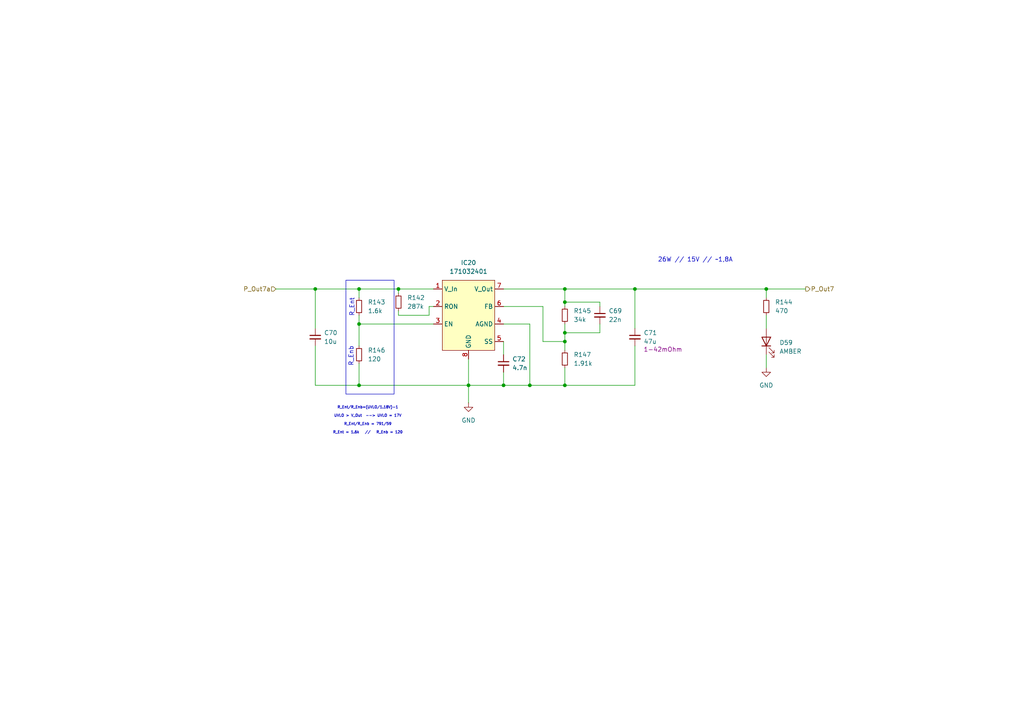
<source format=kicad_sch>
(kicad_sch (version 20231120) (generator "eeschema") (generator_version "8.0")
  (paper "A4")
  (title_block (title "PDU FT25") (date "2024-11-23") (rev "V1.1") (company "Janek Herm") (comment 1 "FaSTTUBe Electronics"))
  (lib_symbols
    (symbol "Device:C_Small" (pin_numbers hide) (pin_names (offset 0.254) hide)
      (property "Reference" "C" (at 0.254 1.778 0))
      (property "Value" "C_Small" (at 0.254 -2.032 0))
      (symbol "C_Small_0_1"
        (polyline (pts (xy -1.524 -0.508) (xy 1.524 -0.508)) (stroke (width 0.3302)))
        (polyline (pts (xy -1.524 0.508) (xy 1.524 0.508)) (stroke (width 0.3048)))
      )
      (symbol "C_Small_1_1"
        (pin passive line (at 0 2.54 270) (length 2.032) (name "~") (number "1"))
        (pin passive line (at 0 -2.54 90) (length 2.032) (name "~") (number "2"))
      )
    )
    (symbol "Device:LED" (pin_numbers hide) (pin_names (offset 1.016) hide)
      (property "Reference" "D" (at 0 2.54 0))
      (property "Value" "LED" (at 0 -2.54 0))
      (symbol "LED_0_1"
        (polyline (pts (xy -1.27 -1.27) (xy -1.27 1.27)) (stroke (width 0.254)))
        (polyline (pts (xy -1.27 0) (xy 1.27 0)))
        (polyline (pts (xy 1.27 -1.27) (xy 1.27 1.27) (xy -1.27 0) (xy 1.27 -1.27)) (stroke (width 0.254)))
        (polyline (pts (xy -3.048 -0.762) (xy -4.572 -2.286) (xy -3.81 -2.286) (xy -4.572 -2.286) (xy -4.572 -1.524)))
        (polyline (pts (xy -1.778 -0.762) (xy -3.302 -2.286) (xy -2.54 -2.286) (xy -3.302 -2.286) (xy -3.302 -1.524)))
      )
      (symbol "LED_1_1"
        (pin passive line (at -3.81 0 0) (length 2.54) (name "K") (number "1"))
        (pin passive line (at 3.81 0 180) (length 2.54) (name "A") (number "2"))
      )
    )
    (symbol "Device:R_Small" (pin_numbers hide) (pin_names (offset 0.254) hide)
      (property "Reference" "R" (at 0.762 0.508 0))
      (property "Value" "R_Small" (at 0.762 -1.016 0))
      (symbol "R_Small_0_1"
        (rectangle (start -0.762 1.778) (end 0.762 -1.778) (stroke (width 0.2032)))
      )
      (symbol "R_Small_1_1"
        (pin passive line (at 0 2.54 270) (length 0.762) (name "~") (number "1"))
        (pin passive line (at 0 -2.54 90) (length 0.762) (name "~") (number "2"))
      )
    )
    (symbol "FaSTTUBe_Voltage_Regulators:171032401"
      (property "Reference" "IC" (at 0.254 8.636 0))
      (property "Value" "171032401" (at 0.508 6.604 0))
      (symbol "171032401_1_1"
        (rectangle (start -7.62 5.08) (end 7.62 -15.24) (fill (type background)))
        (pin passive line (at -10.16 2.54 0) (length 2.54) (name "V_In") (number "1"))
        (pin passive line (at -10.16 -2.54 0) (length 2.54) (name "RON") (number "2"))
        (pin passive line (at -10.16 -7.62 0) (length 2.54) (name "EN") (number "3"))
        (pin power_in line (at 10.16 -7.62 180) (length 2.54) (name "AGND") (number "4"))
        (pin passive line (at 10.16 -12.7 180) (length 2.54) (name "SS") (number "5"))
        (pin passive line (at 10.16 -2.54 180) (length 2.54) (name "FB") (number "6"))
        (pin power_out line (at 10.16 2.54 180) (length 2.54) (name "V_Out") (number "7"))
        (pin power_in line (at 0 -17.78 90) (length 2.54) (name "GND") (number "8"))
      )
    )
    (symbol "power:GND" (power) (pin_numbers hide) (pin_names (offset 0) hide)
      (property "Value" "GND" (at 0 -3.81 0))
      (symbol "GND_0_1"
        (polyline (pts (xy 0 0) (xy 0 -1.27) (xy 1.27 -1.27) (xy 0 -2.54) (xy -1.27 -1.27) (xy 0 -1.27)))
      )
      (symbol "GND_1_1"
        (pin power_in line (at 0 0 270) (length 0) (name "~") (number "1"))
      )
    )
  )
  (junction (at 184.15 83.82))
  (junction (at 163.83 111.76))
  (junction (at 163.83 87.63))
  (junction (at 222.25 83.82))
  (junction (at 104.14 111.76))
  (junction (at 163.83 83.82))
  (junction (at 153.67 111.76))
  (junction (at 115.57 83.82))
  (junction (at 163.83 96.52))
  (junction (at 104.14 93.98))
  (junction (at 163.83 99.06))
  (junction (at 91.44 83.82))
  (junction (at 135.89 111.76))
  (junction (at 104.14 83.82))
  (junction (at 146.05 111.76))
  (wire (pts (xy 104.14 83.82) (xy 104.14 86.36)))
  (wire (pts (xy 146.05 88.9) (xy 157.48 88.9)))
  (wire (pts (xy 222.25 102.87) (xy 222.25 106.68)))
  (wire (pts (xy 104.14 93.98) (xy 125.73 93.98)))
  (wire (pts (xy 163.83 106.68) (xy 163.83 111.76)))
  (wire (pts (xy 146.05 111.76) (xy 135.89 111.76)))
  (wire (pts (xy 124.46 91.44) (xy 124.46 88.9)))
  (wire (pts (xy 184.15 100.33) (xy 184.15 111.76)))
  (wire (pts (xy 163.83 99.06) (xy 163.83 101.6)))
  (wire (pts (xy 91.44 111.76) (xy 104.14 111.76)))
  (wire (pts (xy 153.67 111.76) (xy 163.83 111.76)))
  (wire (pts (xy 115.57 91.44) (xy 124.46 91.44)))
  (wire (pts (xy 146.05 93.98) (xy 153.67 93.98)))
  (wire (pts (xy 104.14 111.76) (xy 135.89 111.76)))
  (wire (pts (xy 163.83 83.82) (xy 184.15 83.82)))
  (wire (pts (xy 153.67 93.98) (xy 153.67 111.76)))
  (wire (pts (xy 157.48 99.06) (xy 163.83 99.06)))
  (wire (pts (xy 163.83 96.52) (xy 163.83 99.06)))
  (wire (pts (xy 146.05 111.76) (xy 153.67 111.76)))
  (wire (pts (xy 222.25 83.82) (xy 233.68 83.82)))
  (wire (pts (xy 163.83 87.63) (xy 173.99 87.63)))
  (wire (pts (xy 222.25 91.44) (xy 222.25 95.25)))
  (wire (pts (xy 115.57 83.82) (xy 125.73 83.82)))
  (wire (pts (xy 135.89 111.76) (xy 135.89 116.84)))
  (wire (pts (xy 124.46 88.9) (xy 125.73 88.9)))
  (wire (pts (xy 146.05 99.06) (xy 146.05 102.87)))
  (wire (pts (xy 173.99 96.52) (xy 163.83 96.52)))
  (wire (pts (xy 80.01 83.82) (xy 91.44 83.82)))
  (wire (pts (xy 146.05 107.95) (xy 146.05 111.76)))
  (wire (pts (xy 163.83 87.63) (xy 163.83 88.9)))
  (wire (pts (xy 104.14 105.41) (xy 104.14 111.76)))
  (wire (pts (xy 104.14 91.44) (xy 104.14 93.98)))
  (wire (pts (xy 115.57 83.82) (xy 115.57 85.09)))
  (wire (pts (xy 222.25 83.82) (xy 222.25 86.36)))
  (wire (pts (xy 184.15 83.82) (xy 222.25 83.82)))
  (wire (pts (xy 104.14 83.82) (xy 115.57 83.82)))
  (wire (pts (xy 163.83 93.98) (xy 163.83 96.52)))
  (wire (pts (xy 163.83 111.76) (xy 184.15 111.76)))
  (wire (pts (xy 173.99 93.98) (xy 173.99 96.52)))
  (wire (pts (xy 173.99 87.63) (xy 173.99 88.9)))
  (wire (pts (xy 91.44 83.82) (xy 104.14 83.82)))
  (wire (pts (xy 135.89 104.14) (xy 135.89 111.76)))
  (wire (pts (xy 184.15 83.82) (xy 184.15 95.25)))
  (wire (pts (xy 115.57 91.44) (xy 115.57 90.17)))
  (wire (pts (xy 91.44 100.33) (xy 91.44 111.76)))
  (wire (pts (xy 104.14 93.98) (xy 104.14 100.33)))
  (wire (pts (xy 91.44 83.82) (xy 91.44 95.25)))
  (wire (pts (xy 157.48 88.9) (xy 157.48 99.06)))
  (wire (pts (xy 163.83 83.82) (xy 163.83 87.63)))
  (wire (pts (xy 146.05 83.82) (xy 163.83 83.82)))
  (rectangle (start 100.33 81.28) (end 114.3 114.3))
  (text "R_Ent" (at 102.108 89.154 90) (effects (font (size 1.27 1.27))))
  (text "R_Ent/R_Enb=(UVLO/1.18V)-1\n\nUVLO > V_Out  --> UVLO = 17V\n\nR_Ent/R_Enb = 791/59\n\nR_Ent = 1.6k   //   R_Enb = 120" (at 106.68 117.856 0) (effects (font (size 0.75 0.75)) (justify top)))
  (text "26W // 15V // ~1,8A" (at 201.676 75.438 0) (effects (font (size 1.27 1.27))))
  (text "R_Enb" (at 101.854 103.378 90) (effects (font (size 1.27 1.27))))
  (hierarchical_label "P_Out7" (shape output) (at 233.68 83.82 0))
  (hierarchical_label "P_Out7a" (shape input) (at 80.01 83.82 180))
  (symbol (lib_id "Device:R_Small") (at 163.83 104.14 0) (unit 1)
    (property "Reference" "R147" (at 166.37 102.8699 0) (effects (justify left)))
    (property "Value" "1.91k" (at 166.37 105.4099 0) (effects (justify left)))
    (property "Footprint" "Resistor_SMD:R_0805_2012Metric_Pad1.20x1.40mm_HandSolder" (effects (hide yes)))
    (property "Description" "Resistor, small symbol" (effects (hide yes)))
  )
  (symbol (lib_id "Device:C_Small") (at 91.44 97.79 0) (unit 1)
    (property "Reference" "C70" (at 93.98 96.5262 0) (effects (justify left)))
    (property "Value" "10u" (at 93.98 99.0662 0) (effects (justify left)))
    (property "Footprint" "Capacitor_SMD:C_1206_3216Metric_Pad1.33x1.80mm_HandSolder" (effects (hide yes)))
    (property "Description" "Unpolarized capacitor, small symbol" (effects (hide yes)))
  )
  (symbol (lib_id "FaSTTUBe_Voltage_Regulators:171032401") (at 135.89 86.36 0) (unit 1)
    (property "Reference" "IC20" (at 135.89 76.2 0))
    (property "Value" "171032401" (at 135.89 78.74 0))
    (property "Footprint" "173010342:173010342" (effects (hide yes)))
    (property "Datasheet" "https://www.we-online.com/components/products/datasheet/171032401.pdf" (effects (hide yes)))
  )
  (symbol (lib_id "power:GND") (at 222.25 106.68 0) (unit 1)
    (property "Reference" "#PWR0179" (effects (hide yes)))
    (property "Value" "GND" (at 222.25 111.76 0))
    (property "Description" "Power symbol creates a global label with name \"GND\" , ground" (effects (hide yes)))
  )
  (symbol (lib_id "power:GND") (at 135.89 116.84 0) (unit 1)
    (property "Reference" "#PWR0180" (effects (hide yes)))
    (property "Value" "GND" (at 135.89 121.92 0))
    (property "Description" "Power symbol creates a global label with name \"GND\" , ground" (effects (hide yes)))
  )
  (symbol (lib_id "Device:R_Small") (at 104.14 88.9 0) (unit 1)
    (property "Reference" "R143" (at 106.68 87.6299 0) (effects (justify left)))
    (property "Value" "1.6k" (at 106.68 90.1699 0) (effects (justify left)))
    (property "Footprint" "Resistor_SMD:R_0805_2012Metric_Pad1.20x1.40mm_HandSolder" (effects (hide yes)))
    (property "Description" "Resistor, small symbol" (effects (hide yes)))
  )
  (symbol (lib_id "Device:R_Small") (at 222.25 88.9 0) (unit 1)
    (property "Reference" "R144" (at 224.79 87.6299 0) (effects (justify left)))
    (property "Value" "470" (at 224.79 90.1699 0) (effects (justify left)))
    (property "Description" "Resistor, small symbol" (effects (hide yes)))
  )
  (symbol (lib_id "Device:C_Small") (at 184.15 97.79 0) (unit 1)
    (property "Reference" "C71" (at 186.69 96.5262 0) (effects (justify left)))
    (property "Value" "47u" (at 186.69 99.0662 0) (effects (justify left)))
    (property "Footprint" "Capacitor_SMD:C_1206_3216Metric_Pad1.33x1.80mm_HandSolder" (effects (hide yes)))
    (property "Description" "Unpolarized capacitor, small symbol" (effects (hide yes)))
    (property "Resistance" "1-42mOhm" (at 192.278 101.346 0))
  )
  (symbol (lib_id "Device:R_Small") (at 104.14 102.87 0) (unit 1)
    (property "Reference" "R146" (at 106.68 101.5999 0) (effects (justify left)))
    (property "Value" "120" (at 106.68 104.1399 0) (effects (justify left)))
    (property "Footprint" "Resistor_SMD:R_0805_2012Metric_Pad1.20x1.40mm_HandSolder" (effects (hide yes)))
    (property "Description" "Resistor, small symbol" (effects (hide yes)))
  )
  (symbol (lib_id "Device:C_Small") (at 173.99 91.44 0) (unit 1)
    (property "Reference" "C69" (at 176.53 90.1762 0) (effects (justify left)))
    (property "Value" "22n" (at 176.53 92.7162 0) (effects (justify left)))
    (property "Footprint" "Capacitor_SMD:C_0805_2012Metric_Pad1.18x1.45mm_HandSolder" (effects (hide yes)))
    (property "Description" "Unpolarized capacitor, small symbol" (effects (hide yes)))
  )
  (symbol (lib_id "Device:R_Small") (at 163.83 91.44 0) (unit 1)
    (property "Reference" "R145" (at 166.37 90.1699 0) (effects (justify left)))
    (property "Value" "34k" (at 166.37 92.7099 0) (effects (justify left)))
    (property "Footprint" "Resistor_SMD:R_0805_2012Metric_Pad1.20x1.40mm_HandSolder" (effects (hide yes)))
    (property "Description" "Resistor, small symbol" (effects (hide yes)))
  )
  (symbol (lib_id "Device:C_Small") (at 146.05 105.41 0) (unit 1)
    (property "Reference" "C72" (at 148.59 104.1462 0) (effects (justify left)))
    (property "Value" "4.7n" (at 148.59 106.6862 0) (effects (justify left)))
    (property "Footprint" "Capacitor_SMD:C_0805_2012Metric_Pad1.18x1.45mm_HandSolder" (effects (hide yes)))
    (property "Description" "Unpolarized capacitor, small symbol" (effects (hide yes)))
  )
  (symbol (lib_id "Device:LED") (at 222.25 99.06 90) (unit 1)
    (property "Reference" "D59" (at 226.06 99.3774 90) (effects (justify right)))
    (property "Value" "AMBER" (at 226.06 101.9174 90) (effects (justify right)))
    (property "Datasheet" "https://www.we-online.com/components/products/datasheet/150040AS73240.pdf" (effects (hide yes)))
    (property "Description" "Light emitting diode" (effects (hide yes)))
    (property "Field5" "MPR" (effects (hide yes)))
  )
  (symbol (lib_id "Device:R_Small") (at 115.57 87.63 0) (unit 1)
    (property "Reference" "R142" (at 118.11 86.3599 0) (effects (justify left)))
    (property "Value" "287k" (at 118.11 88.8999 0) (effects (justify left)))
    (property "Footprint" "Resistor_SMD:R_0805_2012Metric_Pad1.20x1.40mm_HandSolder" (effects (hide yes)))
    (property "Description" "Resistor, small symbol" (effects (hide yes)))
  )
)
</source>
